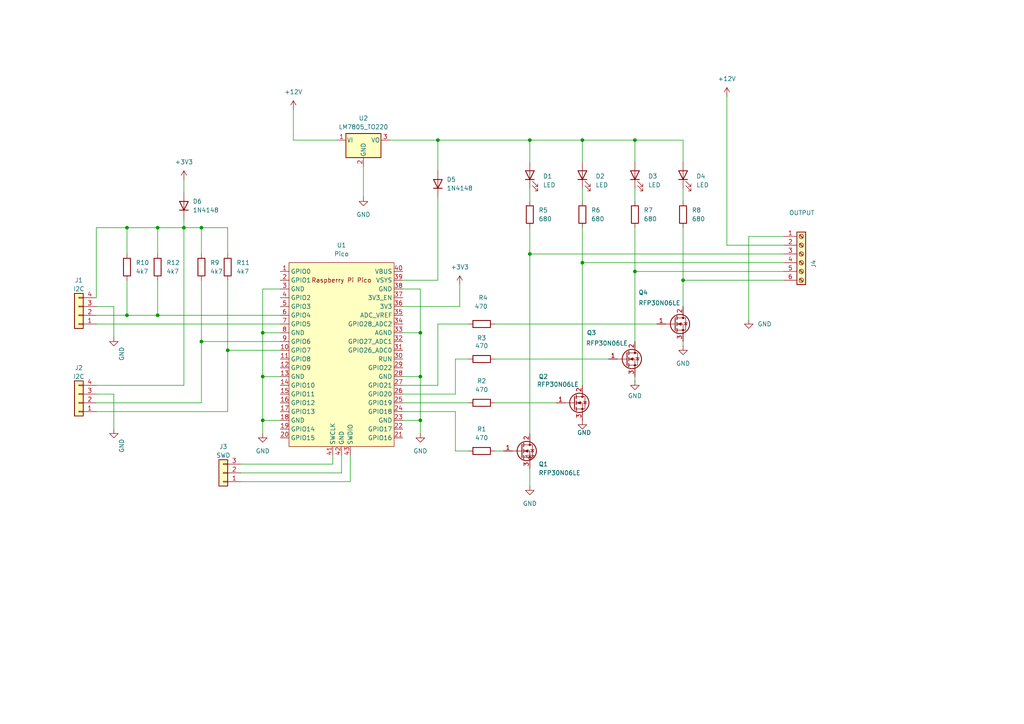
<source format=kicad_sch>
(kicad_sch (version 20231120) (generator "eeschema") (generator_version "8.0")
  (paper "A4")
  (lib_symbols
    (symbol "Connector:Screw_Terminal_01x06" (pin_names (offset 1.016) hide)
      (property "Reference" "J" (at 0 7.62 0))
      (property "Value" "Screw_Terminal_01x06" (at 0 -10.16 0))
      (symbol "Screw_Terminal_01x06_1_1"
        (rectangle (start -1.27 6.35) (end 1.27 -8.89) (stroke (width 0.254)) (fill (type background)))
        (circle (center 0 -7.62) (radius 0.635) (stroke (width 0.1524)))
        (circle (center 0 -5.08) (radius 0.635) (stroke (width 0.1524)))
        (circle (center 0 -2.54) (radius 0.635) (stroke (width 0.1524)))
        (polyline (pts (xy -0.5334 -7.2898) (xy 0.3302 -8.128)) (stroke (width 0.1524)))
        (polyline (pts (xy -0.5334 -4.7498) (xy 0.3302 -5.588)) (stroke (width 0.1524)))
        (polyline (pts (xy -0.5334 -2.2098) (xy 0.3302 -3.048)) (stroke (width 0.1524)))
        (polyline (pts (xy -0.5334 0.3302) (xy 0.3302 -0.508)) (stroke (width 0.1524)))
        (polyline (pts (xy -0.5334 2.8702) (xy 0.3302 2.032)) (stroke (width 0.1524)))
        (polyline (pts (xy -0.5334 5.4102) (xy 0.3302 4.572)) (stroke (width 0.1524)))
        (polyline (pts (xy -0.3556 -7.112) (xy 0.508 -7.9502)) (stroke (width 0.1524)))
        (polyline (pts (xy -0.3556 -4.572) (xy 0.508 -5.4102)) (stroke (width 0.1524)))
        (polyline (pts (xy -0.3556 -2.032) (xy 0.508 -2.8702)) (stroke (width 0.1524)))
        (polyline (pts (xy -0.3556 0.508) (xy 0.508 -0.3302)) (stroke (width 0.1524)))
        (polyline (pts (xy -0.3556 3.048) (xy 0.508 2.2098)) (stroke (width 0.1524)))
        (polyline (pts (xy -0.3556 5.588) (xy 0.508 4.7498)) (stroke (width 0.1524)))
        (circle (center 0 0) (radius 0.635) (stroke (width 0.1524)))
        (circle (center 0 2.54) (radius 0.635) (stroke (width 0.1524)))
        (circle (center 0 5.08) (radius 0.635) (stroke (width 0.1524)))
        (pin passive line (at -5.08 5.08 0) (length 3.81) (name "Pin_1") (number "1"))
        (pin passive line (at -5.08 2.54 0) (length 3.81) (name "Pin_2") (number "2"))
        (pin passive line (at -5.08 0 0) (length 3.81) (name "Pin_3") (number "3"))
        (pin passive line (at -5.08 -2.54 0) (length 3.81) (name "Pin_4") (number "4"))
        (pin passive line (at -5.08 -5.08 0) (length 3.81) (name "Pin_5") (number "5"))
        (pin passive line (at -5.08 -7.62 0) (length 3.81) (name "Pin_6") (number "6"))
      )
    )
    (symbol "Connector_Generic:Conn_01x03" (pin_names (offset 1.016) hide)
      (property "Reference" "J" (at 0 5.08 0))
      (property "Value" "Conn_01x03" (at 0 -5.08 0))
      (symbol "Conn_01x03_1_1"
        (rectangle (start -1.27 -2.413) (end 0 -2.667) (stroke (width 0.1524)))
        (rectangle (start -1.27 0.127) (end 0 -0.127) (stroke (width 0.1524)))
        (rectangle (start -1.27 2.667) (end 0 2.413) (stroke (width 0.1524)))
        (rectangle (start -1.27 3.81) (end 1.27 -3.81) (stroke (width 0.254)) (fill (type background)))
        (pin passive line (at -5.08 2.54 0) (length 3.81) (name "Pin_1") (number "1"))
        (pin passive line (at -5.08 0 0) (length 3.81) (name "Pin_2") (number "2"))
        (pin passive line (at -5.08 -2.54 0) (length 3.81) (name "Pin_3") (number "3"))
      )
    )
    (symbol "Connector_Generic:Conn_01x04" (pin_names (offset 1.016) hide)
      (property "Reference" "J" (at 0 5.08 0))
      (property "Value" "Conn_01x04" (at 0 -7.62 0))
      (symbol "Conn_01x04_1_1"
        (rectangle (start -1.27 -4.953) (end 0 -5.207) (stroke (width 0.1524)))
        (rectangle (start -1.27 -2.413) (end 0 -2.667) (stroke (width 0.1524)))
        (rectangle (start -1.27 0.127) (end 0 -0.127) (stroke (width 0.1524)))
        (rectangle (start -1.27 2.667) (end 0 2.413) (stroke (width 0.1524)))
        (rectangle (start -1.27 3.81) (end 1.27 -6.35) (stroke (width 0.254)) (fill (type background)))
        (pin passive line (at -5.08 2.54 0) (length 3.81) (name "Pin_1") (number "1"))
        (pin passive line (at -5.08 0 0) (length 3.81) (name "Pin_2") (number "2"))
        (pin passive line (at -5.08 -2.54 0) (length 3.81) (name "Pin_3") (number "3"))
        (pin passive line (at -5.08 -5.08 0) (length 3.81) (name "Pin_4") (number "4"))
      )
    )
    (symbol "Device:LED" (pin_numbers hide) (pin_names (offset 1.016) hide)
      (property "Reference" "D" (at 0 2.54 0))
      (property "Value" "LED" (at 0 -2.54 0))
      (symbol "LED_0_1"
        (polyline (pts (xy -1.27 -1.27) (xy -1.27 1.27)) (stroke (width 0.254)))
        (polyline (pts (xy -1.27 0) (xy 1.27 0)))
        (polyline (pts (xy 1.27 -1.27) (xy 1.27 1.27) (xy -1.27 0) (xy 1.27 -1.27)) (stroke (width 0.254)))
        (polyline (pts (xy -3.048 -0.762) (xy -4.572 -2.286) (xy -3.81 -2.286) (xy -4.572 -2.286) (xy -4.572 -1.524)))
        (polyline (pts (xy -1.778 -0.762) (xy -3.302 -2.286) (xy -2.54 -2.286) (xy -3.302 -2.286) (xy -3.302 -1.524)))
      )
      (symbol "LED_1_1"
        (pin passive line (at -3.81 0 0) (length 2.54) (name "K") (number "1"))
        (pin passive line (at 3.81 0 180) (length 2.54) (name "A") (number "2"))
      )
    )
    (symbol "Device:R" (pin_numbers hide) (pin_names (offset 0))
      (property "Reference" "R" (at 2.032 0 90))
      (property "Value" "R" (at 0 0 90))
      (symbol "R_0_1"
        (rectangle (start -1.016 -2.54) (end 1.016 2.54) (stroke (width 0.254)))
      )
      (symbol "R_1_1"
        (pin passive line (at 0 3.81 270) (length 1.27) (name "~") (number "1"))
        (pin passive line (at 0 -3.81 90) (length 1.27) (name "~") (number "2"))
      )
    )
    (symbol "Diode:1N4148" (pin_numbers hide) (pin_names hide)
      (property "Reference" "D" (at 0 2.54 0))
      (property "Value" "1N4148" (at 0 -2.54 0))
      (symbol "1N4148_0_1"
        (polyline (pts (xy -1.27 1.27) (xy -1.27 -1.27)) (stroke (width 0.254)))
        (polyline (pts (xy 1.27 0) (xy -1.27 0)))
        (polyline (pts (xy 1.27 1.27) (xy 1.27 -1.27) (xy -1.27 0) (xy 1.27 1.27)) (stroke (width 0.254)))
      )
      (symbol "1N4148_1_1"
        (pin passive line (at -3.81 0 0) (length 2.54) (name "K") (number "1"))
        (pin passive line (at 3.81 0 180) (length 2.54) (name "A") (number "2"))
      )
    )
    (symbol "MCU_RaspberryPi_and_Boards:Pico"
      (property "Reference" "U" (at -13.97 27.94 0))
      (property "Value" "Pico" (at 0 19.05 0))
      (symbol "Pico_0_0"
        (text "Raspberry Pi Pico" (at 0 21.59 0) (effects (font (size 1.27 1.27))))
      )
      (symbol "Pico_0_1"
        (rectangle (start -15.24 26.67) (end 15.24 -26.67) (fill (type background)))
      )
      (symbol "Pico_1_1"
        (pin bidirectional line (at -17.78 24.13 0) (length 2.54) (name "GPIO0") (number "1"))
        (pin bidirectional line (at -17.78 1.27 0) (length 2.54) (name "GPIO7") (number "10"))
        (pin bidirectional line (at -17.78 -1.27 0) (length 2.54) (name "GPIO8") (number "11"))
        (pin bidirectional line (at -17.78 -3.81 0) (length 2.54) (name "GPIO9") (number "12"))
        (pin power_in line (at -17.78 -6.35 0) (length 2.54) (name "GND") (number "13"))
        (pin bidirectional line (at -17.78 -8.89 0) (length 2.54) (name "GPIO10") (number "14"))
        (pin bidirectional line (at -17.78 -11.43 0) (length 2.54) (name "GPIO11") (number "15"))
        (pin bidirectional line (at -17.78 -13.97 0) (length 2.54) (name "GPIO12") (number "16"))
        (pin bidirectional line (at -17.78 -16.51 0) (length 2.54) (name "GPIO13") (number "17"))
        (pin power_in line (at -17.78 -19.05 0) (length 2.54) (name "GND") (number "18"))
        (pin bidirectional line (at -17.78 -21.59 0) (length 2.54) (name "GPIO14") (number "19"))
        (pin bidirectional line (at -17.78 21.59 0) (length 2.54) (name "GPIO1") (number "2"))
        (pin bidirectional line (at -17.78 -24.13 0) (length 2.54) (name "GPIO15") (number "20"))
        (pin bidirectional line (at 17.78 -24.13 180) (length 2.54) (name "GPIO16") (number "21"))
        (pin bidirectional line (at 17.78 -21.59 180) (length 2.54) (name "GPIO17") (number "22"))
        (pin power_in line (at 17.78 -19.05 180) (length 2.54) (name "GND") (number "23"))
        (pin bidirectional line (at 17.78 -16.51 180) (length 2.54) (name "GPIO18") (number "24"))
        (pin bidirectional line (at 17.78 -13.97 180) (length 2.54) (name "GPIO19") (number "25"))
        (pin bidirectional line (at 17.78 -11.43 180) (length 2.54) (name "GPIO20") (number "26"))
        (pin bidirectional line (at 17.78 -8.89 180) (length 2.54) (name "GPIO21") (number "27"))
        (pin power_in line (at 17.78 -6.35 180) (length 2.54) (name "GND") (number "28"))
        (pin bidirectional line (at 17.78 -3.81 180) (length 2.54) (name "GPIO22") (number "29"))
        (pin power_in line (at -17.78 19.05 0) (length 2.54) (name "GND") (number "3"))
        (pin input line (at 17.78 -1.27 180) (length 2.54) (name "RUN") (number "30"))
        (pin bidirectional line (at 17.78 1.27 180) (length 2.54) (name "GPIO26_ADC0") (number "31"))
        (pin bidirectional line (at 17.78 3.81 180) (length 2.54) (name "GPIO27_ADC1") (number "32"))
        (pin power_in line (at 17.78 6.35 180) (length 2.54) (name "AGND") (number "33"))
        (pin bidirectional line (at 17.78 8.89 180) (length 2.54) (name "GPIO28_ADC2") (number "34"))
        (pin power_in line (at 17.78 11.43 180) (length 2.54) (name "ADC_VREF") (number "35"))
        (pin power_in line (at 17.78 13.97 180) (length 2.54) (name "3V3") (number "36"))
        (pin input line (at 17.78 16.51 180) (length 2.54) (name "3V3_EN") (number "37"))
        (pin bidirectional line (at 17.78 19.05 180) (length 2.54) (name "GND") (number "38"))
        (pin power_in line (at 17.78 21.59 180) (length 2.54) (name "VSYS") (number "39"))
        (pin bidirectional line (at -17.78 16.51 0) (length 2.54) (name "GPIO2") (number "4"))
        (pin power_in line (at 17.78 24.13 180) (length 2.54) (name "VBUS") (number "40"))
        (pin input line (at -2.54 -29.21 90) (length 2.54) (name "SWCLK") (number "41"))
        (pin power_in line (at 0 -29.21 90) (length 2.54) (name "GND") (number "42"))
        (pin bidirectional line (at 2.54 -29.21 90) (length 2.54) (name "SWDIO") (number "43"))
        (pin bidirectional line (at -17.78 13.97 0) (length 2.54) (name "GPIO3") (number "5"))
        (pin bidirectional line (at -17.78 11.43 0) (length 2.54) (name "GPIO4") (number "6"))
        (pin bidirectional line (at -17.78 8.89 0) (length 2.54) (name "GPIO5") (number "7"))
        (pin power_in line (at -17.78 6.35 0) (length 2.54) (name "GND") (number "8"))
        (pin bidirectional line (at -17.78 3.81 0) (length 2.54) (name "GPIO6") (number "9"))
      )
    )
    (symbol "Regulator_Linear:LM7805_TO220" (pin_names (offset 0.254))
      (property "Reference" "U" (at -3.81 3.175 0))
      (property "Value" "LM7805_TO220" (at 0 3.175 0))
      (symbol "LM7805_TO220_0_1"
        (rectangle (start -5.08 1.905) (end 5.08 -5.08) (stroke (width 0.254)) (fill (type background)))
      )
      (symbol "LM7805_TO220_1_1"
        (pin power_in line (at -7.62 0 0) (length 2.54) (name "VI") (number "1"))
        (pin power_in line (at 0 -7.62 90) (length 2.54) (name "GND") (number "2"))
        (pin power_out line (at 7.62 0 180) (length 2.54) (name "VO") (number "3"))
      )
    )
    (symbol "Transistor_FET:IRLZ44N" (pin_names hide)
      (property "Reference" "Q" (at 5.08 1.905 0))
      (property "Value" "IRLZ44N" (at 5.08 0 0))
      (symbol "IRLZ44N_0_1"
        (polyline (pts (xy 0.254 0) (xy -2.54 0)))
        (polyline (pts (xy 0.254 1.905) (xy 0.254 -1.905)) (stroke (width 0.254)))
        (polyline (pts (xy 0.762 -1.27) (xy 0.762 -2.286)) (stroke (width 0.254)))
        (polyline (pts (xy 0.762 0.508) (xy 0.762 -0.508)) (stroke (width 0.254)))
        (polyline (pts (xy 0.762 2.286) (xy 0.762 1.27)) (stroke (width 0.254)))
        (polyline (pts (xy 2.54 2.54) (xy 2.54 1.778)))
        (polyline (pts (xy 2.54 -2.54) (xy 2.54 0) (xy 0.762 0)))
        (polyline (pts (xy 0.762 -1.778) (xy 3.302 -1.778) (xy 3.302 1.778) (xy 0.762 1.778)))
        (polyline (pts (xy 1.016 0) (xy 2.032 0.381) (xy 2.032 -0.381) (xy 1.016 0)) (fill (type outline)))
        (polyline (pts (xy 2.794 0.508) (xy 2.921 0.381) (xy 3.683 0.381) (xy 3.81 0.254)))
        (polyline (pts (xy 3.302 0.381) (xy 2.921 -0.254) (xy 3.683 -0.254) (xy 3.302 0.381)))
        (circle (center 1.651 0) (radius 2.794) (stroke (width 0.254)))
        (circle (center 2.54 -1.778) (radius 0.254) (fill (type outline)))
        (circle (center 2.54 1.778) (radius 0.254) (fill (type outline)))
      )
      (symbol "IRLZ44N_1_1"
        (pin input line (at -5.08 0 0) (length 2.54) (name "G") (number "1"))
        (pin passive line (at 2.54 5.08 270) (length 2.54) (name "D") (number "2"))
        (pin passive line (at 2.54 -5.08 90) (length 2.54) (name "S") (number "3"))
      )
    )
    (symbol "power:+12V" (power) (pin_numbers hide) (pin_names (offset 0) hide)
      (property "Value" "+12V" (at 0 3.556 0))
      (symbol "+12V_0_1"
        (polyline (pts (xy -0.762 1.27) (xy 0 2.54)))
        (polyline (pts (xy 0 0) (xy 0 2.54)))
        (polyline (pts (xy 0 2.54) (xy 0.762 1.27)))
      )
      (symbol "+12V_1_1"
        (pin power_in line (at 0 0 90) (length 0) (name "~") (number "1"))
      )
    )
    (symbol "power:+3V3" (power) (pin_numbers hide) (pin_names (offset 0) hide)
      (property "Value" "+3V3" (at 0 3.556 0))
      (symbol "+3V3_0_1"
        (polyline (pts (xy -0.762 1.27) (xy 0 2.54)))
        (polyline (pts (xy 0 0) (xy 0 2.54)))
        (polyline (pts (xy 0 2.54) (xy 0.762 1.27)))
      )
      (symbol "+3V3_1_1"
        (pin power_in line (at 0 0 90) (length 0) (name "~") (number "1"))
      )
    )
    (symbol "power:GND" (power) (pin_numbers hide) (pin_names (offset 0) hide)
      (property "Value" "GND" (at 0 -3.81 0))
      (symbol "GND_0_1"
        (polyline (pts (xy 0 0) (xy 0 -1.27) (xy 1.27 -1.27) (xy 0 -2.54) (xy -1.27 -1.27) (xy 0 -1.27)))
      )
      (symbol "GND_1_1"
        (pin power_in line (at 0 0 270) (length 0) (name "~") (number "1"))
      )
    )
  )
  (junction (at 153.67 40.64))
  (junction (at 36.83 91.44))
  (junction (at 121.92 96.52))
  (junction (at 66.04 101.6))
  (junction (at 53.34 66.04))
  (junction (at 76.2 96.52))
  (junction (at 153.67 73.66))
  (junction (at 45.72 66.04))
  (junction (at 58.42 99.06))
  (junction (at 184.15 78.74))
  (junction (at 127 40.64))
  (junction (at 121.92 109.22))
  (junction (at 168.91 40.64))
  (junction (at 76.2 121.92))
  (junction (at 168.91 76.2))
  (junction (at 58.42 66.04))
  (junction (at 198.12 81.28))
  (junction (at 121.92 121.92))
  (junction (at 184.15 40.64))
  (junction (at 45.72 91.44))
  (junction (at 76.2 109.22))
  (junction (at 36.83 66.04))
  (wire (pts (xy 153.67 73.66) (xy 153.67 125.73)))
  (wire (pts (xy 36.83 91.44) (xy 45.72 91.44)))
  (wire (pts (xy 116.84 114.3) (xy 132.08 114.3)))
  (wire (pts (xy 143.51 116.84) (xy 161.29 116.84)))
  (wire (pts (xy 121.92 83.82) (xy 121.92 96.52)))
  (wire (pts (xy 116.84 121.92) (xy 121.92 121.92)))
  (wire (pts (xy 143.51 104.14) (xy 176.53 104.14)))
  (wire (pts (xy 58.42 66.04) (xy 58.42 73.66)))
  (wire (pts (xy 132.08 104.14) (xy 135.89 104.14)))
  (wire (pts (xy 198.12 81.28) (xy 198.12 88.9)))
  (wire (pts (xy 33.02 88.9) (xy 33.02 97.79)))
  (wire (pts (xy 53.34 111.76) (xy 27.94 111.76)))
  (wire (pts (xy 198.12 66.04) (xy 198.12 81.28)))
  (wire (pts (xy 81.28 83.82) (xy 76.2 83.82)))
  (wire (pts (xy 85.09 40.64) (xy 97.79 40.64)))
  (wire (pts (xy 27.94 88.9) (xy 33.02 88.9)))
  (wire (pts (xy 58.42 116.84) (xy 58.42 99.06)))
  (wire (pts (xy 184.15 54.61) (xy 184.15 58.42)))
  (wire (pts (xy 81.28 109.22) (xy 76.2 109.22)))
  (wire (pts (xy 53.34 66.04) (xy 58.42 66.04)))
  (wire (pts (xy 66.04 81.28) (xy 66.04 101.6)))
  (wire (pts (xy 153.67 73.66) (xy 227.33 73.66)))
  (wire (pts (xy 184.15 40.64) (xy 198.12 40.64)))
  (wire (pts (xy 127 111.76) (xy 116.84 111.76)))
  (wire (pts (xy 217.17 68.58) (xy 227.33 68.58)))
  (wire (pts (xy 132.08 130.81) (xy 135.89 130.81)))
  (wire (pts (xy 127 40.64) (xy 127 49.53)))
  (wire (pts (xy 58.42 81.28) (xy 58.42 99.06)))
  (wire (pts (xy 53.34 63.5) (xy 53.34 66.04)))
  (wire (pts (xy 113.03 40.64) (xy 127 40.64)))
  (wire (pts (xy 210.82 27.94) (xy 210.82 71.12)))
  (wire (pts (xy 168.91 76.2) (xy 227.33 76.2)))
  (wire (pts (xy 81.28 96.52) (xy 76.2 96.52)))
  (wire (pts (xy 116.84 88.9) (xy 133.35 88.9)))
  (wire (pts (xy 168.91 76.2) (xy 168.91 111.76)))
  (wire (pts (xy 116.84 96.52) (xy 121.92 96.52)))
  (wire (pts (xy 45.72 81.28) (xy 45.72 91.44)))
  (wire (pts (xy 27.94 66.04) (xy 27.94 86.36)))
  (wire (pts (xy 133.35 88.9) (xy 133.35 82.55)))
  (wire (pts (xy 69.85 139.7) (xy 101.6 139.7)))
  (wire (pts (xy 127 93.98) (xy 135.89 93.98)))
  (wire (pts (xy 45.72 66.04) (xy 53.34 66.04)))
  (wire (pts (xy 168.91 40.64) (xy 184.15 40.64)))
  (wire (pts (xy 33.02 114.3) (xy 33.02 124.46)))
  (wire (pts (xy 153.67 66.04) (xy 153.67 73.66)))
  (wire (pts (xy 116.84 81.28) (xy 127 81.28)))
  (wire (pts (xy 121.92 121.92) (xy 121.92 125.73)))
  (wire (pts (xy 76.2 121.92) (xy 81.28 121.92)))
  (wire (pts (xy 66.04 66.04) (xy 66.04 73.66)))
  (wire (pts (xy 105.41 48.26) (xy 105.41 57.15)))
  (wire (pts (xy 121.92 109.22) (xy 121.92 121.92)))
  (wire (pts (xy 116.84 83.82) (xy 121.92 83.82)))
  (wire (pts (xy 27.94 93.98) (xy 81.28 93.98)))
  (wire (pts (xy 132.08 119.38) (xy 132.08 130.81)))
  (wire (pts (xy 101.6 132.08) (xy 101.6 139.7)))
  (wire (pts (xy 66.04 119.38) (xy 66.04 101.6)))
  (wire (pts (xy 143.51 93.98) (xy 190.5 93.98)))
  (wire (pts (xy 127 93.98) (xy 127 111.76)))
  (wire (pts (xy 36.83 66.04) (xy 36.83 73.66)))
  (wire (pts (xy 227.33 71.12) (xy 210.82 71.12)))
  (wire (pts (xy 184.15 40.64) (xy 184.15 46.99)))
  (wire (pts (xy 153.67 54.61) (xy 153.67 58.42)))
  (wire (pts (xy 45.72 91.44) (xy 81.28 91.44)))
  (wire (pts (xy 121.92 96.52) (xy 121.92 109.22)))
  (wire (pts (xy 168.91 66.04) (xy 168.91 76.2)))
  (wire (pts (xy 116.84 119.38) (xy 132.08 119.38)))
  (wire (pts (xy 127 40.64) (xy 153.67 40.64)))
  (wire (pts (xy 76.2 83.82) (xy 76.2 96.52)))
  (wire (pts (xy 198.12 81.28) (xy 227.33 81.28)))
  (wire (pts (xy 36.83 81.28) (xy 36.83 91.44)))
  (wire (pts (xy 69.85 134.62) (xy 96.52 134.62)))
  (wire (pts (xy 198.12 54.61) (xy 198.12 58.42)))
  (wire (pts (xy 116.84 109.22) (xy 121.92 109.22)))
  (wire (pts (xy 76.2 109.22) (xy 76.2 121.92)))
  (wire (pts (xy 116.84 116.84) (xy 135.89 116.84)))
  (wire (pts (xy 58.42 99.06) (xy 81.28 99.06)))
  (wire (pts (xy 198.12 40.64) (xy 198.12 46.99)))
  (wire (pts (xy 184.15 109.22) (xy 184.15 110.49)))
  (wire (pts (xy 27.94 116.84) (xy 58.42 116.84)))
  (wire (pts (xy 184.15 66.04) (xy 184.15 78.74)))
  (wire (pts (xy 198.12 99.06) (xy 198.12 100.33)))
  (wire (pts (xy 153.67 46.99) (xy 153.67 40.64)))
  (wire (pts (xy 27.94 119.38) (xy 66.04 119.38)))
  (wire (pts (xy 36.83 66.04) (xy 45.72 66.04)))
  (wire (pts (xy 99.06 132.08) (xy 99.06 137.16)))
  (wire (pts (xy 45.72 66.04) (xy 45.72 73.66)))
  (wire (pts (xy 96.52 134.62) (xy 96.52 132.08)))
  (wire (pts (xy 153.67 135.89) (xy 153.67 140.97)))
  (wire (pts (xy 153.67 40.64) (xy 168.91 40.64)))
  (wire (pts (xy 76.2 125.73) (xy 76.2 121.92)))
  (wire (pts (xy 69.85 137.16) (xy 99.06 137.16)))
  (wire (pts (xy 184.15 78.74) (xy 227.33 78.74)))
  (wire (pts (xy 184.15 78.74) (xy 184.15 99.06)))
  (wire (pts (xy 217.17 92.71) (xy 217.17 68.58)))
  (wire (pts (xy 168.91 54.61) (xy 168.91 58.42)))
  (wire (pts (xy 58.42 66.04) (xy 66.04 66.04)))
  (wire (pts (xy 27.94 91.44) (xy 36.83 91.44)))
  (wire (pts (xy 53.34 52.07) (xy 53.34 55.88)))
  (wire (pts (xy 168.91 40.64) (xy 168.91 46.99)))
  (wire (pts (xy 85.09 31.75) (xy 85.09 40.64)))
  (wire (pts (xy 27.94 114.3) (xy 33.02 114.3)))
  (wire (pts (xy 143.51 130.81) (xy 146.05 130.81)))
  (wire (pts (xy 27.94 66.04) (xy 36.83 66.04)))
  (wire (pts (xy 132.08 114.3) (xy 132.08 104.14)))
  (wire (pts (xy 76.2 96.52) (xy 76.2 109.22)))
  (wire (pts (xy 66.04 101.6) (xy 81.28 101.6)))
  (wire (pts (xy 127 57.15) (xy 127 81.28)))
  (wire (pts (xy 53.34 66.04) (xy 53.34 111.76)))
  (symbol (lib_id "Device:R") (at 168.91 62.23 0) (unit 1)
    (property "Reference" "R6" (at 171.45 60.9599 0) (effects (justify left)))
    (property "Value" "680" (at 171.45 63.4999 0) (effects (justify left)))
    (property "Footprint" "Resistor_THT:R_Axial_DIN0204_L3.6mm_D1.6mm_P5.08mm_Horizontal" (effects (hide yes)))
    (property "Description" "Resistor" (effects (hide yes)))
  )
  (symbol (lib_id "Device:R") (at 139.7 104.14 270) (unit 1)
    (property "Reference" "R3" (at 139.7 98.044 90))
    (property "Value" "470" (at 139.7 100.33 90))
    (property "Footprint" "Resistor_THT:R_Axial_DIN0204_L3.6mm_D1.6mm_P5.08mm_Horizontal" (effects (hide yes)))
    (property "Description" "Resistor" (effects (hide yes)))
  )
  (symbol (lib_id "Transistor_FET:IRLZ44N") (at 166.37 116.84 0) (unit 1)
    (property "Reference" "Q2" (at 156.21 109.22 0) (effects (justify left)))
    (property "Value" "RFP30N06LE" (at 155.702 111.506 0) (effects (justify left)))
    (property "Footprint" "Package_TO_SOT_THT:TO-220-3_Vertical" (effects (hide yes)))
    (property "Datasheet" "http://www.irf.com/product-info/datasheets/data/irlz44n.pdf" (effects (hide yes)))
    (property "Description" "47A Id, 55V Vds, 22mOhm Rds Single N-Channel HEXFET Power MOSFET, TO-220AB" (effects (hide yes)))
  )
  (symbol (lib_id "power:GND") (at 217.17 92.71 0) (unit 1)
    (property "Reference" "#PWR09" (effects (hide yes)))
    (property "Value" "GND" (at 219.71 93.9799 0) (effects (justify left)))
    (property "Description" "Power symbol creates a global label with name \"GND\" , ground" (effects (hide yes)))
  )
  (symbol (lib_id "Transistor_FET:IRLZ44N") (at 151.13 130.81 0) (unit 1)
    (property "Reference" "Q1" (at 156.21 134.62 0) (effects (justify left)))
    (property "Value" "RFP30N06LE" (at 156.21 137.16 0) (effects (justify left)))
    (property "Footprint" "Package_TO_SOT_THT:TO-220-3_Vertical" (effects (hide yes)))
    (property "Datasheet" "http://www.irf.com/product-info/datasheets/data/irlz44n.pdf" (effects (hide yes)))
    (property "Description" "47A Id, 55V Vds, 22mOhm Rds Single N-Channel HEXFET Power MOSFET, TO-220AB" (effects (hide yes)))
  )
  (symbol (lib_id "power:GND") (at 121.92 125.73 0) (unit 1)
    (property "Reference" "#PWR014" (effects (hide yes)))
    (property "Value" "GND" (at 121.92 130.81 0))
    (property "Description" "Power symbol creates a global label with name \"GND\" , ground" (effects (hide yes)))
  )
  (symbol (lib_id "Connector:Screw_Terminal_01x06") (at 232.41 73.66 0) (unit 1)
    (property "Reference" "J4" (at 235.966 77.724 90) (effects (justify left)))
    (property "Value" "OUTPUT" (at 228.854 61.722 0) (effects (justify left)))
    (property "Footprint" "TerminalBlock_Phoenix:TerminalBlock_Phoenix_PT-1,5-6-5.0-H_1x06_P5.00mm_Horizontal" (effects (hide yes)))
    (property "Description" "Generic screw terminal, single row, 01x06, script generated (kicad-library-utils/schlib/autogen/connector/)" (effects (hide yes)))
  )
  (symbol (lib_id "Transistor_FET:IRLZ44N") (at 181.61 104.14 0) (unit 1)
    (property "Reference" "Q3" (at 170.18 96.52 0) (effects (justify left)))
    (property "Value" "RFP30N06LE" (at 169.926 99.568 0) (effects (justify left)))
    (property "Footprint" "Package_TO_SOT_THT:TO-220-3_Vertical" (effects (hide yes)))
    (property "Datasheet" "http://www.irf.com/product-info/datasheets/data/irlz44n.pdf" (effects (hide yes)))
    (property "Description" "47A Id, 55V Vds, 22mOhm Rds Single N-Channel HEXFET Power MOSFET, TO-220AB" (effects (hide yes)))
  )
  (symbol (lib_id "Diode:1N4148") (at 53.34 59.69 90) (unit 1)
    (property "Reference" "D6" (at 55.88 58.4199 90) (effects (justify right)))
    (property "Value" "1N4148" (at 55.88 60.9599 90) (effects (justify right)))
    (property "Footprint" "Diode_THT:D_DO-35_SOD27_P7.62mm_Horizontal" (effects (hide yes)))
    (property "Datasheet" "https://assets.nexperia.com/documents/data-sheet/1N4148_1N4448.pdf" (effects (hide yes)))
    (property "Description" "100V 0.15A standard switching diode, DO-35" (effects (hide yes)))
    (property "Sim.Device" "D" (effects (hide yes)))
    (property "Sim.Pins" "1=K 2=A" (effects (hide yes)))
  )
  (symbol (lib_id "Connector_Generic:Conn_01x04") (at 22.86 91.44 180) (unit 1)
    (property "Reference" "J1" (at 22.86 81.28 0))
    (property "Value" "I2C" (at 22.86 83.82 0))
    (property "Footprint" "Connector_JST:JST_SH_SM04B-SRSS-TB_1x04-1MP_P1.00mm_Horizontal" (effects (hide yes)))
    (property "Description" "Generic connector, single row, 01x04, script generated (kicad-library-utils/schlib/autogen/connector/)" (effects (hide yes)))
  )
  (symbol (lib_id "Transistor_FET:IRLZ44N") (at 195.58 93.98 0) (unit 1)
    (property "Reference" "Q4" (at 185.166 84.836 0) (effects (justify left)))
    (property "Value" "RFP30N06LE" (at 185.166 87.884 0) (effects (justify left)))
    (property "Footprint" "Package_TO_SOT_THT:TO-220-3_Vertical" (effects (hide yes)))
    (property "Datasheet" "http://www.irf.com/product-info/datasheets/data/irlz44n.pdf" (effects (hide yes)))
    (property "Description" "47A Id, 55V Vds, 22mOhm Rds Single N-Channel HEXFET Power MOSFET, TO-220AB" (effects (hide yes)))
  )
  (symbol (lib_id "Device:LED") (at 198.12 50.8 90) (unit 1)
    (property "Reference" "D4" (at 201.93 51.1174 90) (effects (justify right)))
    (property "Value" "LED" (at 201.93 53.6574 90) (effects (justify right)))
    (property "Footprint" "LED_THT:LED_D5.0mm" (effects (hide yes)))
    (property "Description" "Light emitting diode" (effects (hide yes)))
  )
  (symbol (lib_id "Device:R") (at 45.72 77.47 0) (unit 1)
    (property "Reference" "R12" (at 48.26 76.1999 0) (effects (justify left)))
    (property "Value" "4k7" (at 48.26 78.7399 0) (effects (justify left)))
    (property "Footprint" "Resistor_THT:R_Axial_DIN0204_L3.6mm_D1.6mm_P5.08mm_Horizontal" (effects (hide yes)))
    (property "Description" "Resistor" (effects (hide yes)))
  )
  (symbol (lib_id "power:GND") (at 105.41 57.15 0) (unit 1)
    (property "Reference" "#PWR012" (effects (hide yes)))
    (property "Value" "GND" (at 105.41 62.23 0))
    (property "Description" "Power symbol creates a global label with name \"GND\" , ground" (effects (hide yes)))
  )
  (symbol (lib_id "Diode:1N4148") (at 127 53.34 90) (unit 1)
    (property "Reference" "D5" (at 129.54 52.0699 90) (effects (justify right)))
    (property "Value" "1N4148" (at 129.54 54.6099 90) (effects (justify right)))
    (property "Footprint" "Diode_THT:D_DO-35_SOD27_P7.62mm_Horizontal" (effects (hide yes)))
    (property "Datasheet" "https://assets.nexperia.com/documents/data-sheet/1N4148_1N4448.pdf" (effects (hide yes)))
    (property "Description" "100V 0.15A standard switching diode, DO-35" (effects (hide yes)))
    (property "Sim.Device" "D" (effects (hide yes)))
    (property "Sim.Pins" "1=K 2=A" (effects (hide yes)))
  )
  (symbol (lib_id "Device:R") (at 139.7 93.98 270) (unit 1)
    (property "Reference" "R4" (at 141.478 86.36 90) (effects (justify right)))
    (property "Value" "470" (at 141.478 88.9 90) (effects (justify right)))
    (property "Footprint" "Resistor_THT:R_Axial_DIN0204_L3.6mm_D1.6mm_P5.08mm_Horizontal" (effects (hide yes)))
    (property "Description" "Resistor" (effects (hide yes)))
  )
  (symbol (lib_id "power:+12V") (at 210.82 27.94 0) (unit 1)
    (property "Reference" "#PWR02" (effects (hide yes)))
    (property "Value" "+12V" (at 210.82 22.86 0))
    (property "Description" "Power symbol creates a global label with name \"+12V\"" (effects (hide yes)))
  )
  (symbol (lib_id "power:GND") (at 168.91 121.92 0) (unit 1)
    (property "Reference" "#PWR05" (effects (hide yes)))
    (property "Value" "GND" (at 169.418 125.476 0))
    (property "Description" "Power symbol creates a global label with name \"GND\" , ground" (effects (hide yes)))
  )
  (symbol (lib_id "power:GND") (at 184.15 110.49 0) (unit 1)
    (property "Reference" "#PWR06" (effects (hide yes)))
    (property "Value" "GND" (at 184.15 114.808 0))
    (property "Description" "Power symbol creates a global label with name \"GND\" , ground" (effects (hide yes)))
  )
  (symbol (lib_id "Connector_Generic:Conn_01x03") (at 64.77 137.16 180) (unit 1)
    (property "Reference" "J3" (at 64.77 129.54 0))
    (property "Value" "SWD" (at 64.77 132.08 0))
    (property "Footprint" "Connector_PinHeader_2.00mm:PinHeader_1x03_P2.00mm_Vertical" (effects (hide yes)))
    (property "Description" "Generic connector, single row, 01x03, script generated (kicad-library-utils/schlib/autogen/connector/)" (effects (hide yes)))
  )
  (symbol (lib_id "power:GND") (at 33.02 97.79 0) (unit 1)
    (property "Reference" "#PWR01" (effects (hide yes)))
    (property "Value" "GND" (at 35.306 100.584 90) (effects (justify right)))
    (property "Description" "Power symbol creates a global label with name \"GND\" , ground" (effects (hide yes)))
  )
  (symbol (lib_id "power:GND") (at 76.2 125.73 0) (unit 1)
    (property "Reference" "#PWR015" (effects (hide yes)))
    (property "Value" "GND" (at 76.2 130.81 0))
    (property "Description" "Power symbol creates a global label with name \"GND\" , ground" (effects (hide yes)))
  )
  (symbol (lib_id "Device:LED") (at 153.67 50.8 90) (unit 1)
    (property "Reference" "D1" (at 157.48 51.1174 90) (effects (justify right)))
    (property "Value" "LED" (at 157.48 53.6574 90) (effects (justify right)))
    (property "Footprint" "LED_THT:LED_D5.0mm" (effects (hide yes)))
    (property "Description" "Light emitting diode" (effects (hide yes)))
  )
  (symbol (lib_id "Device:LED") (at 184.15 50.8 90) (unit 1)
    (property "Reference" "D3" (at 187.96 51.1174 90) (effects (justify right)))
    (property "Value" "LED" (at 187.96 53.6574 90) (effects (justify right)))
    (property "Footprint" "LED_THT:LED_D5.0mm" (effects (hide yes)))
    (property "Description" "Light emitting diode" (effects (hide yes)))
  )
  (symbol (lib_id "Connector_Generic:Conn_01x04") (at 22.86 116.84 180) (unit 1)
    (property "Reference" "J2" (at 22.86 106.68 0))
    (property "Value" "I2C" (at 22.86 109.22 0))
    (property "Footprint" "Connector_JST:JST_SH_SM04B-SRSS-TB_1x04-1MP_P1.00mm_Horizontal" (effects (hide yes)))
    (property "Description" "Generic connector, single row, 01x04, script generated (kicad-library-utils/schlib/autogen/connector/)" (effects (hide yes)))
  )
  (symbol (lib_id "Regulator_Linear:LM7805_TO220") (at 105.41 40.64 0) (unit 1)
    (property "Reference" "U2" (at 105.41 34.29 0))
    (property "Value" "LM7805_TO220" (at 105.41 36.83 0))
    (property "Footprint" "Package_TO_SOT_THT:TO-220-3_Vertical" (effects (hide yes)))
    (property "Datasheet" "https://www.onsemi.cn/PowerSolutions/document/MC7800-D.PDF" (effects (hide yes)))
    (property "Description" "Positive 1A 35V Linear Regulator, Fixed Output 5V, TO-220" (effects (hide yes)))
  )
  (symbol (lib_id "power:+12V") (at 85.09 31.75 0) (unit 1)
    (property "Reference" "#PWR011" (effects (hide yes)))
    (property "Value" "+12V" (at 85.09 26.67 0))
    (property "Description" "Power symbol creates a global label with name \"+12V\"" (effects (hide yes)))
  )
  (symbol (lib_id "power:+3V3") (at 133.35 82.55 0) (unit 1)
    (property "Reference" "#PWR013" (effects (hide yes)))
    (property "Value" "+3V3" (at 133.35 77.47 0))
    (property "Description" "Power symbol creates a global label with name \"+3V3\"" (effects (hide yes)))
  )
  (symbol (lib_id "Device:LED") (at 168.91 50.8 90) (unit 1)
    (property "Reference" "D2" (at 172.72 51.1174 90) (effects (justify right)))
    (property "Value" "LED" (at 172.72 53.6574 90) (effects (justify right)))
    (property "Footprint" "LED_THT:LED_D5.0mm" (effects (hide yes)))
    (property "Description" "Light emitting diode" (effects (hide yes)))
  )
  (symbol (lib_id "power:+3V3") (at 53.34 52.07 0) (unit 1)
    (property "Reference" "#PWR08" (effects (hide yes)))
    (property "Value" "+3V3" (at 53.34 46.99 0))
    (property "Description" "Power symbol creates a global label with name \"+3V3\"" (effects (hide yes)))
  )
  (symbol (lib_id "Device:R") (at 58.42 77.47 0) (unit 1)
    (property "Reference" "R9" (at 60.96 76.1999 0) (effects (justify left)))
    (property "Value" "4k7" (at 60.96 78.7399 0) (effects (justify left)))
    (property "Footprint" "Resistor_THT:R_Axial_DIN0204_L3.6mm_D1.6mm_P5.08mm_Horizontal" (effects (hide yes)))
    (property "Description" "Resistor" (effects (hide yes)))
  )
  (symbol (lib_id "power:GND") (at 33.02 124.46 0) (unit 1)
    (property "Reference" "#PWR010" (effects (hide yes)))
    (property "Value" "GND" (at 35.306 127.254 90) (effects (justify right)))
    (property "Description" "Power symbol creates a global label with name \"GND\" , ground" (effects (hide yes)))
  )
  (symbol (lib_id "Device:R") (at 139.7 130.81 270) (unit 1)
    (property "Reference" "R1" (at 139.7 124.46 90))
    (property "Value" "470" (at 139.7 127 90))
    (property "Footprint" "Resistor_THT:R_Axial_DIN0204_L3.6mm_D1.6mm_P5.08mm_Horizontal" (effects (hide yes)))
    (property "Description" "Resistor" (effects (hide yes)))
  )
  (symbol (lib_id "Device:R") (at 139.7 116.84 270) (unit 1)
    (property "Reference" "R2" (at 139.7 110.49 90))
    (property "Value" "470" (at 139.7 113.03 90))
    (property "Footprint" "Resistor_THT:R_Axial_DIN0204_L3.6mm_D1.6mm_P5.08mm_Horizontal" (effects (hide yes)))
    (property "Description" "Resistor" (effects (hide yes)))
  )
  (symbol (lib_id "power:GND") (at 153.67 140.97 0) (unit 1)
    (property "Reference" "#PWR03" (effects (hide yes)))
    (property "Value" "GND" (at 153.67 146.05 0))
    (property "Description" "Power symbol creates a global label with name \"GND\" , ground" (effects (hide yes)))
  )
  (symbol (lib_id "Device:R") (at 198.12 62.23 0) (unit 1)
    (property "Reference" "R8" (at 200.66 60.9599 0) (effects (justify left)))
    (property "Value" "680" (at 200.66 63.4999 0) (effects (justify left)))
    (property "Footprint" "Resistor_THT:R_Axial_DIN0204_L3.6mm_D1.6mm_P5.08mm_Horizontal" (effects (hide yes)))
    (property "Description" "Resistor" (effects (hide yes)))
  )
  (symbol (lib_id "Device:R") (at 66.04 77.47 0) (unit 1)
    (property "Reference" "R11" (at 68.58 76.1999 0) (effects (justify left)))
    (property "Value" "4k7" (at 68.58 78.7399 0) (effects (justify left)))
    (property "Footprint" "Resistor_THT:R_Axial_DIN0204_L3.6mm_D1.6mm_P5.08mm_Horizontal" (effects (hide yes)))
    (property "Description" "Resistor" (effects (hide yes)))
  )
  (symbol (lib_id "Device:R") (at 36.83 77.47 0) (unit 1)
    (property "Reference" "R10" (at 39.37 76.1999 0) (effects (justify left)))
    (property "Value" "4k7" (at 39.37 78.7399 0) (effects (justify left)))
    (property "Footprint" "Resistor_THT:R_Axial_DIN0204_L3.6mm_D1.6mm_P5.08mm_Horizontal" (effects (hide yes)))
    (property "Description" "Resistor" (effects (hide yes)))
  )
  (symbol (lib_id "power:GND") (at 198.12 100.33 0) (unit 1)
    (property "Reference" "#PWR07" (effects (hide yes)))
    (property "Value" "GND" (at 198.12 105.41 0))
    (property "Description" "Power symbol creates a global label with name \"GND\" , ground" (effects (hide yes)))
  )
  (symbol (lib_id "MCU_RaspberryPi_and_Boards:Pico") (at 99.06 102.87 0) (unit 1)
    (property "Reference" "U1" (at 99.06 71.12 0))
    (property "Value" "Pico" (at 99.06 73.66 0))
    (property "Footprint" "MCU_RaspberryPi_and_Boards:RPi_Pico_SMD_TH" (effects (hide yes)))
  )
  (symbol (lib_id "Device:R") (at 184.15 62.23 0) (unit 1)
    (property "Reference" "R7" (at 186.69 60.9599 0) (effects (justify left)))
    (property "Value" "680" (at 186.69 63.4999 0) (effects (justify left)))
    (property "Footprint" "Resistor_THT:R_Axial_DIN0204_L3.6mm_D1.6mm_P5.08mm_Horizontal" (effects (hide yes)))
    (property "Description" "Resistor" (effects (hide yes)))
  )
  (symbol (lib_id "Device:R") (at 153.67 62.23 0) (unit 1)
    (property "Reference" "R5" (at 156.21 60.9599 0) (effects (justify left)))
    (property "Value" "680" (at 156.21 63.4999 0) (effects (justify left)))
    (property "Footprint" "Resistor_THT:R_Axial_DIN0204_L3.6mm_D1.6mm_P5.08mm_Horizontal" (effects (hide yes)))
    (property "Description" "Resistor" (effects (hide yes)))
  )
  (symbol (lib_id "power:GND") (at 153.67 130.81 0) (unit 1)
    (property "Reference" "#PWR04" (effects (hide yes)))
    (property "Value" "GND" (effects (hide yes)))
    (property "Description" "Power symbol creates a global label with name \"GND\" , ground" (effects (hide yes)))
  )
)
</source>
